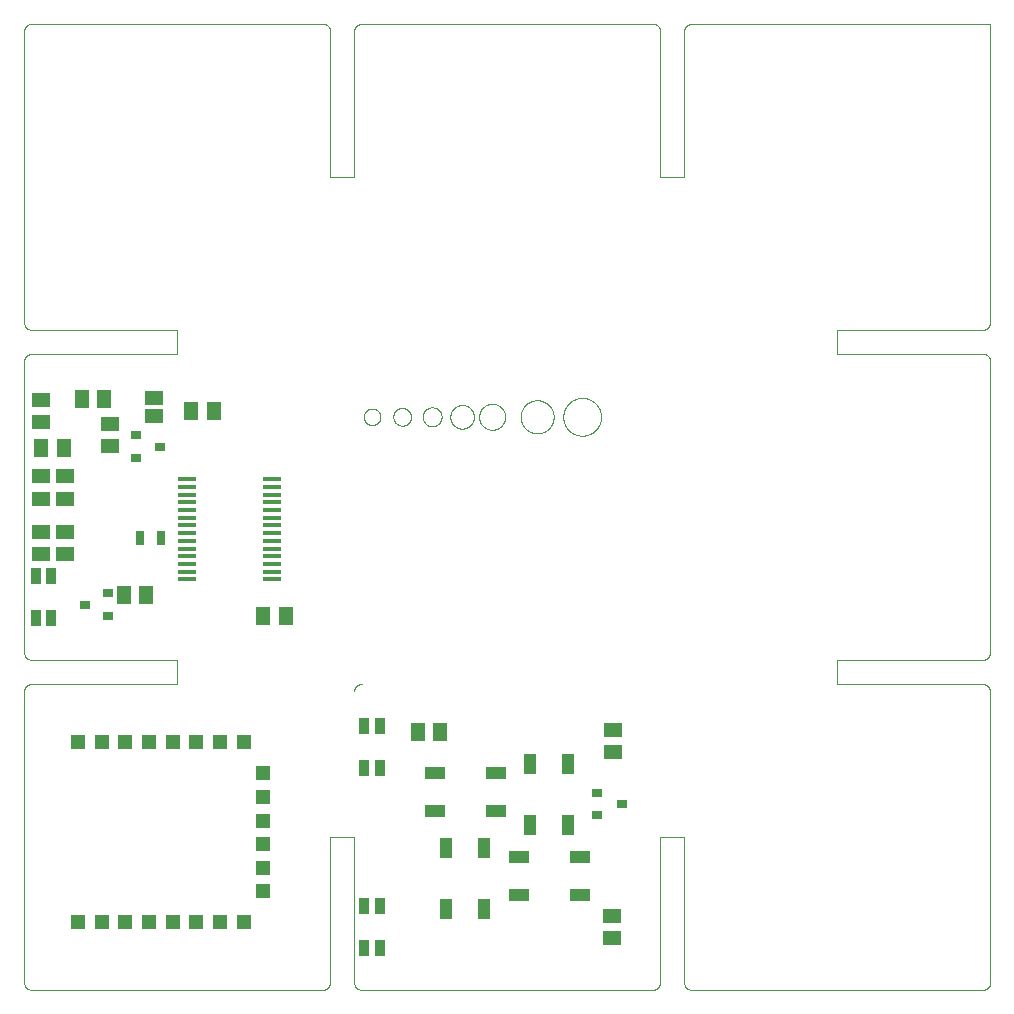
<source format=gbp>
G75*
%MOIN*%
%OFA0B0*%
%FSLAX25Y25*%
%IPPOS*%
%LPD*%
%AMOC8*
5,1,8,0,0,1.08239X$1,22.5*
%
%ADD10C,0.00000*%
%ADD11C,0.00100*%
%ADD12R,0.05000X0.05000*%
%ADD13R,0.03543X0.05512*%
%ADD14R,0.05118X0.05906*%
%ADD15R,0.03543X0.03150*%
%ADD16R,0.05906X0.05118*%
%ADD17R,0.03937X0.06500*%
%ADD18R,0.06500X0.03937*%
%ADD19R,0.05906X0.01575*%
%ADD20R,0.03150X0.04724*%
%ADD21R,0.06300X0.04600*%
D10*
X0006275Y0006500D02*
X0006275Y0103500D01*
X0006277Y0103598D01*
X0006283Y0103696D01*
X0006292Y0103794D01*
X0006306Y0103891D01*
X0006323Y0103988D01*
X0006344Y0104084D01*
X0006369Y0104179D01*
X0006397Y0104273D01*
X0006430Y0104365D01*
X0006465Y0104457D01*
X0006505Y0104547D01*
X0006547Y0104635D01*
X0006594Y0104722D01*
X0006643Y0104806D01*
X0006696Y0104889D01*
X0006752Y0104969D01*
X0006812Y0105048D01*
X0006874Y0105124D01*
X0006939Y0105197D01*
X0007007Y0105268D01*
X0007078Y0105336D01*
X0007151Y0105401D01*
X0007227Y0105463D01*
X0007306Y0105523D01*
X0007386Y0105579D01*
X0007469Y0105632D01*
X0007553Y0105681D01*
X0007640Y0105728D01*
X0007728Y0105770D01*
X0007818Y0105810D01*
X0007910Y0105845D01*
X0008002Y0105878D01*
X0008096Y0105906D01*
X0008191Y0105931D01*
X0008287Y0105952D01*
X0008384Y0105969D01*
X0008481Y0105983D01*
X0008579Y0105992D01*
X0008677Y0105998D01*
X0008775Y0106000D01*
X0057275Y0106000D01*
X0057275Y0114000D01*
X0008775Y0114000D01*
X0008677Y0114002D01*
X0008579Y0114008D01*
X0008481Y0114017D01*
X0008384Y0114031D01*
X0008287Y0114048D01*
X0008191Y0114069D01*
X0008096Y0114094D01*
X0008002Y0114122D01*
X0007910Y0114155D01*
X0007818Y0114190D01*
X0007728Y0114230D01*
X0007640Y0114272D01*
X0007553Y0114319D01*
X0007469Y0114368D01*
X0007386Y0114421D01*
X0007306Y0114477D01*
X0007227Y0114537D01*
X0007151Y0114599D01*
X0007078Y0114664D01*
X0007007Y0114732D01*
X0006939Y0114803D01*
X0006874Y0114876D01*
X0006812Y0114952D01*
X0006752Y0115031D01*
X0006696Y0115111D01*
X0006643Y0115194D01*
X0006594Y0115278D01*
X0006547Y0115365D01*
X0006505Y0115453D01*
X0006465Y0115543D01*
X0006430Y0115635D01*
X0006397Y0115727D01*
X0006369Y0115821D01*
X0006344Y0115916D01*
X0006323Y0116012D01*
X0006306Y0116109D01*
X0006292Y0116206D01*
X0006283Y0116304D01*
X0006277Y0116402D01*
X0006275Y0116500D01*
X0006275Y0213500D01*
X0006277Y0213598D01*
X0006283Y0213696D01*
X0006292Y0213794D01*
X0006306Y0213891D01*
X0006323Y0213988D01*
X0006344Y0214084D01*
X0006369Y0214179D01*
X0006397Y0214273D01*
X0006430Y0214365D01*
X0006465Y0214457D01*
X0006505Y0214547D01*
X0006547Y0214635D01*
X0006594Y0214722D01*
X0006643Y0214806D01*
X0006696Y0214889D01*
X0006752Y0214969D01*
X0006812Y0215048D01*
X0006874Y0215124D01*
X0006939Y0215197D01*
X0007007Y0215268D01*
X0007078Y0215336D01*
X0007151Y0215401D01*
X0007227Y0215463D01*
X0007306Y0215523D01*
X0007386Y0215579D01*
X0007469Y0215632D01*
X0007553Y0215681D01*
X0007640Y0215728D01*
X0007728Y0215770D01*
X0007818Y0215810D01*
X0007910Y0215845D01*
X0008002Y0215878D01*
X0008096Y0215906D01*
X0008191Y0215931D01*
X0008287Y0215952D01*
X0008384Y0215969D01*
X0008481Y0215983D01*
X0008579Y0215992D01*
X0008677Y0215998D01*
X0008775Y0216000D01*
X0057275Y0216000D01*
X0057275Y0224000D01*
X0008775Y0224000D01*
X0008677Y0224002D01*
X0008579Y0224008D01*
X0008481Y0224017D01*
X0008384Y0224031D01*
X0008287Y0224048D01*
X0008191Y0224069D01*
X0008096Y0224094D01*
X0008002Y0224122D01*
X0007910Y0224155D01*
X0007818Y0224190D01*
X0007728Y0224230D01*
X0007640Y0224272D01*
X0007553Y0224319D01*
X0007469Y0224368D01*
X0007386Y0224421D01*
X0007306Y0224477D01*
X0007227Y0224537D01*
X0007151Y0224599D01*
X0007078Y0224664D01*
X0007007Y0224732D01*
X0006939Y0224803D01*
X0006874Y0224876D01*
X0006812Y0224952D01*
X0006752Y0225031D01*
X0006696Y0225111D01*
X0006643Y0225194D01*
X0006594Y0225278D01*
X0006547Y0225365D01*
X0006505Y0225453D01*
X0006465Y0225543D01*
X0006430Y0225635D01*
X0006397Y0225727D01*
X0006369Y0225821D01*
X0006344Y0225916D01*
X0006323Y0226012D01*
X0006306Y0226109D01*
X0006292Y0226206D01*
X0006283Y0226304D01*
X0006277Y0226402D01*
X0006275Y0226500D01*
X0006275Y0323511D01*
X0006277Y0323609D01*
X0006283Y0323707D01*
X0006292Y0323805D01*
X0006306Y0323902D01*
X0006323Y0323999D01*
X0006344Y0324095D01*
X0006369Y0324190D01*
X0006397Y0324284D01*
X0006430Y0324376D01*
X0006465Y0324468D01*
X0006505Y0324558D01*
X0006547Y0324646D01*
X0006594Y0324733D01*
X0006643Y0324817D01*
X0006696Y0324900D01*
X0006752Y0324980D01*
X0006812Y0325059D01*
X0006874Y0325135D01*
X0006939Y0325208D01*
X0007007Y0325279D01*
X0007078Y0325347D01*
X0007151Y0325412D01*
X0007227Y0325474D01*
X0007306Y0325534D01*
X0007386Y0325590D01*
X0007469Y0325643D01*
X0007553Y0325692D01*
X0007640Y0325739D01*
X0007728Y0325781D01*
X0007818Y0325821D01*
X0007910Y0325856D01*
X0008002Y0325889D01*
X0008096Y0325917D01*
X0008191Y0325942D01*
X0008287Y0325963D01*
X0008384Y0325980D01*
X0008481Y0325994D01*
X0008579Y0326003D01*
X0008677Y0326009D01*
X0008775Y0326011D01*
X0105775Y0326011D01*
X0105873Y0326009D01*
X0105971Y0326003D01*
X0106069Y0325994D01*
X0106166Y0325980D01*
X0106263Y0325963D01*
X0106359Y0325942D01*
X0106454Y0325917D01*
X0106548Y0325889D01*
X0106640Y0325856D01*
X0106732Y0325821D01*
X0106822Y0325781D01*
X0106910Y0325739D01*
X0106997Y0325692D01*
X0107081Y0325643D01*
X0107164Y0325590D01*
X0107244Y0325534D01*
X0107323Y0325474D01*
X0107399Y0325412D01*
X0107472Y0325347D01*
X0107543Y0325279D01*
X0107611Y0325208D01*
X0107676Y0325135D01*
X0107738Y0325059D01*
X0107798Y0324980D01*
X0107854Y0324900D01*
X0107907Y0324817D01*
X0107956Y0324733D01*
X0108003Y0324646D01*
X0108045Y0324558D01*
X0108085Y0324468D01*
X0108120Y0324376D01*
X0108153Y0324284D01*
X0108181Y0324190D01*
X0108206Y0324095D01*
X0108227Y0323999D01*
X0108244Y0323902D01*
X0108258Y0323805D01*
X0108267Y0323707D01*
X0108273Y0323609D01*
X0108275Y0323511D01*
X0108275Y0275000D01*
X0116275Y0275000D01*
X0116275Y0323500D01*
X0116277Y0323598D01*
X0116283Y0323696D01*
X0116292Y0323794D01*
X0116306Y0323891D01*
X0116323Y0323988D01*
X0116344Y0324084D01*
X0116369Y0324179D01*
X0116397Y0324273D01*
X0116430Y0324365D01*
X0116465Y0324457D01*
X0116505Y0324547D01*
X0116547Y0324635D01*
X0116594Y0324722D01*
X0116643Y0324806D01*
X0116696Y0324889D01*
X0116752Y0324969D01*
X0116812Y0325048D01*
X0116874Y0325124D01*
X0116939Y0325197D01*
X0117007Y0325268D01*
X0117078Y0325336D01*
X0117151Y0325401D01*
X0117227Y0325463D01*
X0117306Y0325523D01*
X0117386Y0325579D01*
X0117469Y0325632D01*
X0117553Y0325681D01*
X0117640Y0325728D01*
X0117728Y0325770D01*
X0117818Y0325810D01*
X0117910Y0325845D01*
X0118002Y0325878D01*
X0118096Y0325906D01*
X0118191Y0325931D01*
X0118287Y0325952D01*
X0118384Y0325969D01*
X0118481Y0325983D01*
X0118579Y0325992D01*
X0118677Y0325998D01*
X0118775Y0326000D01*
X0215775Y0326000D01*
X0215873Y0325998D01*
X0215971Y0325992D01*
X0216069Y0325983D01*
X0216166Y0325969D01*
X0216263Y0325952D01*
X0216359Y0325931D01*
X0216454Y0325906D01*
X0216548Y0325878D01*
X0216640Y0325845D01*
X0216732Y0325810D01*
X0216822Y0325770D01*
X0216910Y0325728D01*
X0216997Y0325681D01*
X0217081Y0325632D01*
X0217164Y0325579D01*
X0217244Y0325523D01*
X0217323Y0325463D01*
X0217399Y0325401D01*
X0217472Y0325336D01*
X0217543Y0325268D01*
X0217611Y0325197D01*
X0217676Y0325124D01*
X0217738Y0325048D01*
X0217798Y0324969D01*
X0217854Y0324889D01*
X0217907Y0324806D01*
X0217956Y0324722D01*
X0218003Y0324635D01*
X0218045Y0324547D01*
X0218085Y0324457D01*
X0218120Y0324365D01*
X0218153Y0324273D01*
X0218181Y0324179D01*
X0218206Y0324084D01*
X0218227Y0323988D01*
X0218244Y0323891D01*
X0218258Y0323794D01*
X0218267Y0323696D01*
X0218273Y0323598D01*
X0218275Y0323500D01*
X0218275Y0275000D01*
X0226275Y0275000D01*
X0226275Y0323500D01*
X0226275Y0323501D02*
X0226277Y0323599D01*
X0226282Y0323697D01*
X0226291Y0323795D01*
X0226304Y0323892D01*
X0226321Y0323989D01*
X0226342Y0324085D01*
X0226367Y0324180D01*
X0226395Y0324274D01*
X0226427Y0324367D01*
X0226463Y0324459D01*
X0226502Y0324549D01*
X0226544Y0324638D01*
X0226591Y0324724D01*
X0226640Y0324809D01*
X0226693Y0324892D01*
X0226749Y0324973D01*
X0226809Y0325051D01*
X0226871Y0325127D01*
X0226936Y0325201D01*
X0227004Y0325272D01*
X0227075Y0325340D01*
X0227149Y0325405D01*
X0227225Y0325467D01*
X0227303Y0325527D01*
X0227384Y0325583D01*
X0227466Y0325636D01*
X0227551Y0325685D01*
X0227638Y0325731D01*
X0227727Y0325774D01*
X0227817Y0325813D01*
X0227908Y0325849D01*
X0228001Y0325881D01*
X0228095Y0325909D01*
X0228191Y0325934D01*
X0228287Y0325955D01*
X0228383Y0325972D01*
X0228481Y0325985D01*
X0228579Y0325994D01*
X0228677Y0325999D01*
X0228775Y0326001D01*
X0228775Y0326000D02*
X0328275Y0326011D01*
X0328276Y0326011D01*
X0328275Y0326011D02*
X0328275Y0226500D01*
X0328273Y0226402D01*
X0328267Y0226304D01*
X0328258Y0226206D01*
X0328244Y0226109D01*
X0328227Y0226012D01*
X0328206Y0225916D01*
X0328181Y0225821D01*
X0328153Y0225727D01*
X0328120Y0225635D01*
X0328085Y0225543D01*
X0328045Y0225453D01*
X0328003Y0225365D01*
X0327956Y0225278D01*
X0327907Y0225194D01*
X0327854Y0225111D01*
X0327798Y0225031D01*
X0327738Y0224952D01*
X0327676Y0224876D01*
X0327611Y0224803D01*
X0327543Y0224732D01*
X0327472Y0224664D01*
X0327399Y0224599D01*
X0327323Y0224537D01*
X0327244Y0224477D01*
X0327164Y0224421D01*
X0327081Y0224368D01*
X0326997Y0224319D01*
X0326910Y0224272D01*
X0326822Y0224230D01*
X0326732Y0224190D01*
X0326640Y0224155D01*
X0326548Y0224122D01*
X0326454Y0224094D01*
X0326359Y0224069D01*
X0326263Y0224048D01*
X0326166Y0224031D01*
X0326069Y0224017D01*
X0325971Y0224008D01*
X0325873Y0224002D01*
X0325775Y0224000D01*
X0277275Y0224000D01*
X0277275Y0216000D01*
X0325775Y0216000D01*
X0325873Y0215998D01*
X0325971Y0215992D01*
X0326069Y0215983D01*
X0326166Y0215969D01*
X0326263Y0215952D01*
X0326359Y0215931D01*
X0326454Y0215906D01*
X0326548Y0215878D01*
X0326640Y0215845D01*
X0326732Y0215810D01*
X0326822Y0215770D01*
X0326910Y0215728D01*
X0326997Y0215681D01*
X0327081Y0215632D01*
X0327164Y0215579D01*
X0327244Y0215523D01*
X0327323Y0215463D01*
X0327399Y0215401D01*
X0327472Y0215336D01*
X0327543Y0215268D01*
X0327611Y0215197D01*
X0327676Y0215124D01*
X0327738Y0215048D01*
X0327798Y0214969D01*
X0327854Y0214889D01*
X0327907Y0214806D01*
X0327956Y0214722D01*
X0328003Y0214635D01*
X0328045Y0214547D01*
X0328085Y0214457D01*
X0328120Y0214365D01*
X0328153Y0214273D01*
X0328181Y0214179D01*
X0328206Y0214084D01*
X0328227Y0213988D01*
X0328244Y0213891D01*
X0328258Y0213794D01*
X0328267Y0213696D01*
X0328273Y0213598D01*
X0328275Y0213500D01*
X0328275Y0116500D01*
X0328273Y0116402D01*
X0328267Y0116304D01*
X0328258Y0116206D01*
X0328244Y0116109D01*
X0328227Y0116012D01*
X0328206Y0115916D01*
X0328181Y0115821D01*
X0328153Y0115727D01*
X0328120Y0115635D01*
X0328085Y0115543D01*
X0328045Y0115453D01*
X0328003Y0115365D01*
X0327956Y0115278D01*
X0327907Y0115194D01*
X0327854Y0115111D01*
X0327798Y0115031D01*
X0327738Y0114952D01*
X0327676Y0114876D01*
X0327611Y0114803D01*
X0327543Y0114732D01*
X0327472Y0114664D01*
X0327399Y0114599D01*
X0327323Y0114537D01*
X0327244Y0114477D01*
X0327164Y0114421D01*
X0327081Y0114368D01*
X0326997Y0114319D01*
X0326910Y0114272D01*
X0326822Y0114230D01*
X0326732Y0114190D01*
X0326640Y0114155D01*
X0326548Y0114122D01*
X0326454Y0114094D01*
X0326359Y0114069D01*
X0326263Y0114048D01*
X0326166Y0114031D01*
X0326069Y0114017D01*
X0325971Y0114008D01*
X0325873Y0114002D01*
X0325775Y0114000D01*
X0277275Y0114000D01*
X0277275Y0106000D01*
X0325776Y0106000D01*
X0325776Y0105999D02*
X0325879Y0105985D01*
X0325982Y0105967D01*
X0326085Y0105945D01*
X0326186Y0105919D01*
X0326286Y0105890D01*
X0326386Y0105857D01*
X0326484Y0105820D01*
X0326580Y0105780D01*
X0326675Y0105736D01*
X0326769Y0105689D01*
X0326860Y0105638D01*
X0326950Y0105585D01*
X0327038Y0105528D01*
X0327123Y0105467D01*
X0327207Y0105404D01*
X0327287Y0105338D01*
X0327366Y0105268D01*
X0327442Y0105196D01*
X0327515Y0105122D01*
X0327585Y0105044D01*
X0327653Y0104964D01*
X0327717Y0104882D01*
X0327779Y0104797D01*
X0327837Y0104711D01*
X0327893Y0104622D01*
X0327944Y0104531D01*
X0327993Y0104438D01*
X0328038Y0104344D01*
X0328080Y0104248D01*
X0328118Y0104150D01*
X0328152Y0104052D01*
X0328183Y0103952D01*
X0328210Y0103851D01*
X0328234Y0103749D01*
X0328254Y0103646D01*
X0328270Y0103543D01*
X0328282Y0103439D01*
X0328290Y0103334D01*
X0328295Y0103230D01*
X0328296Y0103125D01*
X0328293Y0103021D01*
X0328286Y0102916D01*
X0328275Y0102812D01*
X0328276Y0102812D02*
X0328276Y0007187D01*
X0328277Y0007187D02*
X0328300Y0007090D01*
X0328320Y0006993D01*
X0328335Y0006894D01*
X0328347Y0006795D01*
X0328355Y0006696D01*
X0328359Y0006596D01*
X0328359Y0006496D01*
X0328355Y0006397D01*
X0328347Y0006298D01*
X0328335Y0006199D01*
X0328320Y0006100D01*
X0328300Y0006002D01*
X0328277Y0005905D01*
X0328250Y0005809D01*
X0328220Y0005715D01*
X0328185Y0005621D01*
X0328147Y0005529D01*
X0328106Y0005438D01*
X0328060Y0005350D01*
X0328012Y0005262D01*
X0327960Y0005177D01*
X0327905Y0005094D01*
X0327846Y0005014D01*
X0327785Y0004935D01*
X0327720Y0004859D01*
X0327653Y0004786D01*
X0327583Y0004715D01*
X0327510Y0004647D01*
X0327434Y0004582D01*
X0327356Y0004520D01*
X0327276Y0004462D01*
X0327193Y0004406D01*
X0327108Y0004354D01*
X0327021Y0004304D01*
X0326933Y0004259D01*
X0326843Y0004217D01*
X0326751Y0004178D01*
X0326657Y0004143D01*
X0326563Y0004112D01*
X0326467Y0004085D01*
X0326370Y0004061D01*
X0326272Y0004041D01*
X0326174Y0004025D01*
X0326075Y0004013D01*
X0325976Y0004004D01*
X0325876Y0004000D01*
X0325777Y0003999D01*
X0325776Y0004000D02*
X0228775Y0004000D01*
X0228677Y0004002D01*
X0228579Y0004008D01*
X0228481Y0004017D01*
X0228384Y0004031D01*
X0228287Y0004048D01*
X0228191Y0004069D01*
X0228096Y0004094D01*
X0228002Y0004122D01*
X0227910Y0004155D01*
X0227818Y0004190D01*
X0227728Y0004230D01*
X0227640Y0004272D01*
X0227553Y0004319D01*
X0227469Y0004368D01*
X0227386Y0004421D01*
X0227306Y0004477D01*
X0227227Y0004537D01*
X0227151Y0004599D01*
X0227078Y0004664D01*
X0227007Y0004732D01*
X0226939Y0004803D01*
X0226874Y0004876D01*
X0226812Y0004952D01*
X0226752Y0005031D01*
X0226696Y0005111D01*
X0226643Y0005194D01*
X0226594Y0005278D01*
X0226547Y0005365D01*
X0226505Y0005453D01*
X0226465Y0005543D01*
X0226430Y0005635D01*
X0226397Y0005727D01*
X0226369Y0005821D01*
X0226344Y0005916D01*
X0226323Y0006012D01*
X0226306Y0006109D01*
X0226292Y0006206D01*
X0226283Y0006304D01*
X0226277Y0006402D01*
X0226275Y0006500D01*
X0226275Y0055000D01*
X0218275Y0055000D01*
X0218275Y0006500D01*
X0218273Y0006402D01*
X0218267Y0006304D01*
X0218258Y0006206D01*
X0218244Y0006109D01*
X0218227Y0006012D01*
X0218206Y0005916D01*
X0218181Y0005821D01*
X0218153Y0005727D01*
X0218120Y0005635D01*
X0218085Y0005543D01*
X0218045Y0005453D01*
X0218003Y0005365D01*
X0217956Y0005278D01*
X0217907Y0005194D01*
X0217854Y0005111D01*
X0217798Y0005031D01*
X0217738Y0004952D01*
X0217676Y0004876D01*
X0217611Y0004803D01*
X0217543Y0004732D01*
X0217472Y0004664D01*
X0217399Y0004599D01*
X0217323Y0004537D01*
X0217244Y0004477D01*
X0217164Y0004421D01*
X0217081Y0004368D01*
X0216997Y0004319D01*
X0216910Y0004272D01*
X0216822Y0004230D01*
X0216732Y0004190D01*
X0216640Y0004155D01*
X0216548Y0004122D01*
X0216454Y0004094D01*
X0216359Y0004069D01*
X0216263Y0004048D01*
X0216166Y0004031D01*
X0216069Y0004017D01*
X0215971Y0004008D01*
X0215873Y0004002D01*
X0215775Y0004000D01*
X0118775Y0004000D01*
X0118677Y0004002D01*
X0118579Y0004008D01*
X0118481Y0004017D01*
X0118384Y0004031D01*
X0118287Y0004048D01*
X0118191Y0004069D01*
X0118096Y0004094D01*
X0118002Y0004122D01*
X0117910Y0004155D01*
X0117818Y0004190D01*
X0117728Y0004230D01*
X0117640Y0004272D01*
X0117553Y0004319D01*
X0117469Y0004368D01*
X0117386Y0004421D01*
X0117306Y0004477D01*
X0117227Y0004537D01*
X0117151Y0004599D01*
X0117078Y0004664D01*
X0117007Y0004732D01*
X0116939Y0004803D01*
X0116874Y0004876D01*
X0116812Y0004952D01*
X0116752Y0005031D01*
X0116696Y0005111D01*
X0116643Y0005194D01*
X0116594Y0005278D01*
X0116547Y0005365D01*
X0116505Y0005453D01*
X0116465Y0005543D01*
X0116430Y0005635D01*
X0116397Y0005727D01*
X0116369Y0005821D01*
X0116344Y0005916D01*
X0116323Y0006012D01*
X0116306Y0006109D01*
X0116292Y0006206D01*
X0116283Y0006304D01*
X0116277Y0006402D01*
X0116275Y0006500D01*
X0116275Y0055000D01*
X0108275Y0055000D01*
X0108275Y0006500D01*
X0108273Y0006402D01*
X0108267Y0006304D01*
X0108258Y0006206D01*
X0108244Y0006109D01*
X0108227Y0006012D01*
X0108206Y0005916D01*
X0108181Y0005821D01*
X0108153Y0005727D01*
X0108120Y0005635D01*
X0108085Y0005543D01*
X0108045Y0005453D01*
X0108003Y0005365D01*
X0107956Y0005278D01*
X0107907Y0005194D01*
X0107854Y0005111D01*
X0107798Y0005031D01*
X0107738Y0004952D01*
X0107676Y0004876D01*
X0107611Y0004803D01*
X0107543Y0004732D01*
X0107472Y0004664D01*
X0107399Y0004599D01*
X0107323Y0004537D01*
X0107244Y0004477D01*
X0107164Y0004421D01*
X0107081Y0004368D01*
X0106997Y0004319D01*
X0106910Y0004272D01*
X0106822Y0004230D01*
X0106732Y0004190D01*
X0106640Y0004155D01*
X0106548Y0004122D01*
X0106454Y0004094D01*
X0106359Y0004069D01*
X0106263Y0004048D01*
X0106166Y0004031D01*
X0106069Y0004017D01*
X0105971Y0004008D01*
X0105873Y0004002D01*
X0105775Y0004000D01*
X0008775Y0004000D01*
X0008677Y0004002D01*
X0008579Y0004008D01*
X0008481Y0004017D01*
X0008384Y0004031D01*
X0008287Y0004048D01*
X0008191Y0004069D01*
X0008096Y0004094D01*
X0008002Y0004122D01*
X0007910Y0004155D01*
X0007818Y0004190D01*
X0007728Y0004230D01*
X0007640Y0004272D01*
X0007553Y0004319D01*
X0007469Y0004368D01*
X0007386Y0004421D01*
X0007306Y0004477D01*
X0007227Y0004537D01*
X0007151Y0004599D01*
X0007078Y0004664D01*
X0007007Y0004732D01*
X0006939Y0004803D01*
X0006874Y0004876D01*
X0006812Y0004952D01*
X0006752Y0005031D01*
X0006696Y0005111D01*
X0006643Y0005194D01*
X0006594Y0005278D01*
X0006547Y0005365D01*
X0006505Y0005453D01*
X0006465Y0005543D01*
X0006430Y0005635D01*
X0006397Y0005727D01*
X0006369Y0005821D01*
X0006344Y0005916D01*
X0006323Y0006012D01*
X0006306Y0006109D01*
X0006292Y0006206D01*
X0006283Y0006304D01*
X0006277Y0006402D01*
X0006275Y0006500D01*
X0119519Y0195000D02*
X0119521Y0195105D01*
X0119527Y0195210D01*
X0119537Y0195314D01*
X0119551Y0195418D01*
X0119569Y0195522D01*
X0119591Y0195624D01*
X0119616Y0195726D01*
X0119646Y0195827D01*
X0119679Y0195926D01*
X0119716Y0196024D01*
X0119757Y0196121D01*
X0119802Y0196216D01*
X0119850Y0196309D01*
X0119901Y0196401D01*
X0119957Y0196490D01*
X0120015Y0196577D01*
X0120077Y0196662D01*
X0120141Y0196745D01*
X0120209Y0196825D01*
X0120280Y0196902D01*
X0120354Y0196976D01*
X0120431Y0197048D01*
X0120510Y0197117D01*
X0120592Y0197182D01*
X0120676Y0197245D01*
X0120763Y0197304D01*
X0120852Y0197360D01*
X0120943Y0197413D01*
X0121036Y0197462D01*
X0121130Y0197507D01*
X0121226Y0197549D01*
X0121324Y0197587D01*
X0121423Y0197621D01*
X0121524Y0197652D01*
X0121625Y0197678D01*
X0121728Y0197701D01*
X0121831Y0197720D01*
X0121935Y0197735D01*
X0122039Y0197746D01*
X0122144Y0197753D01*
X0122249Y0197756D01*
X0122354Y0197755D01*
X0122459Y0197750D01*
X0122563Y0197741D01*
X0122667Y0197728D01*
X0122771Y0197711D01*
X0122874Y0197690D01*
X0122976Y0197665D01*
X0123077Y0197637D01*
X0123176Y0197604D01*
X0123275Y0197568D01*
X0123372Y0197528D01*
X0123467Y0197485D01*
X0123561Y0197437D01*
X0123653Y0197387D01*
X0123743Y0197333D01*
X0123831Y0197275D01*
X0123916Y0197214D01*
X0123999Y0197150D01*
X0124080Y0197083D01*
X0124158Y0197013D01*
X0124233Y0196939D01*
X0124305Y0196864D01*
X0124375Y0196785D01*
X0124441Y0196704D01*
X0124505Y0196620D01*
X0124565Y0196534D01*
X0124621Y0196446D01*
X0124675Y0196355D01*
X0124725Y0196263D01*
X0124771Y0196169D01*
X0124814Y0196073D01*
X0124853Y0195975D01*
X0124888Y0195877D01*
X0124919Y0195776D01*
X0124947Y0195675D01*
X0124971Y0195573D01*
X0124991Y0195470D01*
X0125007Y0195366D01*
X0125019Y0195262D01*
X0125027Y0195157D01*
X0125031Y0195052D01*
X0125031Y0194948D01*
X0125027Y0194843D01*
X0125019Y0194738D01*
X0125007Y0194634D01*
X0124991Y0194530D01*
X0124971Y0194427D01*
X0124947Y0194325D01*
X0124919Y0194224D01*
X0124888Y0194123D01*
X0124853Y0194025D01*
X0124814Y0193927D01*
X0124771Y0193831D01*
X0124725Y0193737D01*
X0124675Y0193645D01*
X0124621Y0193554D01*
X0124565Y0193466D01*
X0124505Y0193380D01*
X0124441Y0193296D01*
X0124375Y0193215D01*
X0124305Y0193136D01*
X0124233Y0193061D01*
X0124158Y0192987D01*
X0124080Y0192917D01*
X0123999Y0192850D01*
X0123916Y0192786D01*
X0123831Y0192725D01*
X0123743Y0192667D01*
X0123653Y0192613D01*
X0123561Y0192563D01*
X0123467Y0192515D01*
X0123372Y0192472D01*
X0123275Y0192432D01*
X0123176Y0192396D01*
X0123077Y0192363D01*
X0122976Y0192335D01*
X0122874Y0192310D01*
X0122771Y0192289D01*
X0122667Y0192272D01*
X0122563Y0192259D01*
X0122459Y0192250D01*
X0122354Y0192245D01*
X0122249Y0192244D01*
X0122144Y0192247D01*
X0122039Y0192254D01*
X0121935Y0192265D01*
X0121831Y0192280D01*
X0121728Y0192299D01*
X0121625Y0192322D01*
X0121524Y0192348D01*
X0121423Y0192379D01*
X0121324Y0192413D01*
X0121226Y0192451D01*
X0121130Y0192493D01*
X0121036Y0192538D01*
X0120943Y0192587D01*
X0120852Y0192640D01*
X0120763Y0192696D01*
X0120676Y0192755D01*
X0120592Y0192818D01*
X0120510Y0192883D01*
X0120431Y0192952D01*
X0120354Y0193024D01*
X0120280Y0193098D01*
X0120209Y0193175D01*
X0120141Y0193255D01*
X0120077Y0193338D01*
X0120015Y0193423D01*
X0119957Y0193510D01*
X0119901Y0193599D01*
X0119850Y0193691D01*
X0119802Y0193784D01*
X0119757Y0193879D01*
X0119716Y0193976D01*
X0119679Y0194074D01*
X0119646Y0194173D01*
X0119616Y0194274D01*
X0119591Y0194376D01*
X0119569Y0194478D01*
X0119551Y0194582D01*
X0119537Y0194686D01*
X0119527Y0194790D01*
X0119521Y0194895D01*
X0119519Y0195000D01*
X0129322Y0195000D02*
X0129324Y0195108D01*
X0129330Y0195217D01*
X0129340Y0195325D01*
X0129354Y0195432D01*
X0129372Y0195539D01*
X0129393Y0195646D01*
X0129419Y0195751D01*
X0129449Y0195856D01*
X0129482Y0195959D01*
X0129519Y0196061D01*
X0129560Y0196161D01*
X0129604Y0196260D01*
X0129653Y0196358D01*
X0129704Y0196453D01*
X0129759Y0196546D01*
X0129818Y0196638D01*
X0129880Y0196727D01*
X0129945Y0196814D01*
X0130013Y0196898D01*
X0130084Y0196980D01*
X0130158Y0197059D01*
X0130235Y0197135D01*
X0130315Y0197209D01*
X0130398Y0197279D01*
X0130483Y0197347D01*
X0130570Y0197411D01*
X0130660Y0197472D01*
X0130752Y0197530D01*
X0130846Y0197584D01*
X0130942Y0197635D01*
X0131039Y0197682D01*
X0131139Y0197726D01*
X0131240Y0197766D01*
X0131342Y0197802D01*
X0131445Y0197834D01*
X0131550Y0197863D01*
X0131656Y0197887D01*
X0131762Y0197908D01*
X0131869Y0197925D01*
X0131977Y0197938D01*
X0132085Y0197947D01*
X0132194Y0197952D01*
X0132302Y0197953D01*
X0132411Y0197950D01*
X0132519Y0197943D01*
X0132627Y0197932D01*
X0132734Y0197917D01*
X0132841Y0197898D01*
X0132947Y0197875D01*
X0133052Y0197849D01*
X0133157Y0197818D01*
X0133259Y0197784D01*
X0133361Y0197746D01*
X0133461Y0197704D01*
X0133560Y0197659D01*
X0133657Y0197610D01*
X0133751Y0197557D01*
X0133844Y0197501D01*
X0133935Y0197442D01*
X0134024Y0197379D01*
X0134110Y0197314D01*
X0134194Y0197245D01*
X0134275Y0197173D01*
X0134353Y0197098D01*
X0134429Y0197020D01*
X0134502Y0196939D01*
X0134572Y0196856D01*
X0134638Y0196771D01*
X0134702Y0196683D01*
X0134762Y0196592D01*
X0134819Y0196500D01*
X0134872Y0196405D01*
X0134922Y0196309D01*
X0134968Y0196211D01*
X0135011Y0196111D01*
X0135050Y0196010D01*
X0135085Y0195907D01*
X0135117Y0195804D01*
X0135144Y0195699D01*
X0135168Y0195593D01*
X0135188Y0195486D01*
X0135204Y0195379D01*
X0135216Y0195271D01*
X0135224Y0195163D01*
X0135228Y0195054D01*
X0135228Y0194946D01*
X0135224Y0194837D01*
X0135216Y0194729D01*
X0135204Y0194621D01*
X0135188Y0194514D01*
X0135168Y0194407D01*
X0135144Y0194301D01*
X0135117Y0194196D01*
X0135085Y0194093D01*
X0135050Y0193990D01*
X0135011Y0193889D01*
X0134968Y0193789D01*
X0134922Y0193691D01*
X0134872Y0193595D01*
X0134819Y0193500D01*
X0134762Y0193408D01*
X0134702Y0193317D01*
X0134638Y0193229D01*
X0134572Y0193144D01*
X0134502Y0193061D01*
X0134429Y0192980D01*
X0134353Y0192902D01*
X0134275Y0192827D01*
X0134194Y0192755D01*
X0134110Y0192686D01*
X0134024Y0192621D01*
X0133935Y0192558D01*
X0133844Y0192499D01*
X0133752Y0192443D01*
X0133657Y0192390D01*
X0133560Y0192341D01*
X0133461Y0192296D01*
X0133361Y0192254D01*
X0133259Y0192216D01*
X0133157Y0192182D01*
X0133052Y0192151D01*
X0132947Y0192125D01*
X0132841Y0192102D01*
X0132734Y0192083D01*
X0132627Y0192068D01*
X0132519Y0192057D01*
X0132411Y0192050D01*
X0132302Y0192047D01*
X0132194Y0192048D01*
X0132085Y0192053D01*
X0131977Y0192062D01*
X0131869Y0192075D01*
X0131762Y0192092D01*
X0131656Y0192113D01*
X0131550Y0192137D01*
X0131445Y0192166D01*
X0131342Y0192198D01*
X0131240Y0192234D01*
X0131139Y0192274D01*
X0131039Y0192318D01*
X0130942Y0192365D01*
X0130846Y0192416D01*
X0130752Y0192470D01*
X0130660Y0192528D01*
X0130570Y0192589D01*
X0130483Y0192653D01*
X0130398Y0192721D01*
X0130315Y0192791D01*
X0130235Y0192865D01*
X0130158Y0192941D01*
X0130084Y0193020D01*
X0130013Y0193102D01*
X0129945Y0193186D01*
X0129880Y0193273D01*
X0129818Y0193362D01*
X0129759Y0193454D01*
X0129704Y0193547D01*
X0129653Y0193642D01*
X0129604Y0193740D01*
X0129560Y0193839D01*
X0129519Y0193939D01*
X0129482Y0194041D01*
X0129449Y0194144D01*
X0129419Y0194249D01*
X0129393Y0194354D01*
X0129372Y0194461D01*
X0129354Y0194568D01*
X0129340Y0194675D01*
X0129330Y0194783D01*
X0129324Y0194892D01*
X0129322Y0195000D01*
X0139125Y0195000D02*
X0139127Y0195112D01*
X0139133Y0195223D01*
X0139143Y0195335D01*
X0139157Y0195446D01*
X0139174Y0195556D01*
X0139196Y0195666D01*
X0139222Y0195775D01*
X0139251Y0195883D01*
X0139284Y0195989D01*
X0139321Y0196095D01*
X0139362Y0196199D01*
X0139407Y0196302D01*
X0139455Y0196403D01*
X0139506Y0196502D01*
X0139561Y0196599D01*
X0139620Y0196694D01*
X0139681Y0196788D01*
X0139746Y0196879D01*
X0139815Y0196967D01*
X0139886Y0197053D01*
X0139960Y0197137D01*
X0140038Y0197217D01*
X0140118Y0197295D01*
X0140201Y0197371D01*
X0140286Y0197443D01*
X0140374Y0197512D01*
X0140464Y0197578D01*
X0140557Y0197640D01*
X0140652Y0197700D01*
X0140749Y0197756D01*
X0140847Y0197808D01*
X0140948Y0197857D01*
X0141050Y0197902D01*
X0141154Y0197944D01*
X0141259Y0197982D01*
X0141366Y0198016D01*
X0141473Y0198046D01*
X0141582Y0198073D01*
X0141691Y0198095D01*
X0141802Y0198114D01*
X0141912Y0198129D01*
X0142024Y0198140D01*
X0142135Y0198147D01*
X0142247Y0198150D01*
X0142359Y0198149D01*
X0142471Y0198144D01*
X0142582Y0198135D01*
X0142693Y0198122D01*
X0142804Y0198105D01*
X0142914Y0198085D01*
X0143023Y0198060D01*
X0143131Y0198032D01*
X0143238Y0197999D01*
X0143344Y0197963D01*
X0143448Y0197923D01*
X0143551Y0197880D01*
X0143653Y0197833D01*
X0143752Y0197782D01*
X0143850Y0197728D01*
X0143946Y0197670D01*
X0144040Y0197609D01*
X0144131Y0197545D01*
X0144220Y0197478D01*
X0144307Y0197407D01*
X0144391Y0197333D01*
X0144473Y0197257D01*
X0144551Y0197177D01*
X0144627Y0197095D01*
X0144700Y0197010D01*
X0144770Y0196923D01*
X0144836Y0196833D01*
X0144900Y0196741D01*
X0144960Y0196647D01*
X0145017Y0196551D01*
X0145070Y0196452D01*
X0145120Y0196352D01*
X0145166Y0196251D01*
X0145209Y0196147D01*
X0145248Y0196042D01*
X0145283Y0195936D01*
X0145314Y0195829D01*
X0145342Y0195720D01*
X0145365Y0195611D01*
X0145385Y0195501D01*
X0145401Y0195390D01*
X0145413Y0195279D01*
X0145421Y0195168D01*
X0145425Y0195056D01*
X0145425Y0194944D01*
X0145421Y0194832D01*
X0145413Y0194721D01*
X0145401Y0194610D01*
X0145385Y0194499D01*
X0145365Y0194389D01*
X0145342Y0194280D01*
X0145314Y0194171D01*
X0145283Y0194064D01*
X0145248Y0193958D01*
X0145209Y0193853D01*
X0145166Y0193749D01*
X0145120Y0193648D01*
X0145070Y0193548D01*
X0145017Y0193449D01*
X0144960Y0193353D01*
X0144900Y0193259D01*
X0144836Y0193167D01*
X0144770Y0193077D01*
X0144700Y0192990D01*
X0144627Y0192905D01*
X0144551Y0192823D01*
X0144473Y0192743D01*
X0144391Y0192667D01*
X0144307Y0192593D01*
X0144220Y0192522D01*
X0144131Y0192455D01*
X0144040Y0192391D01*
X0143946Y0192330D01*
X0143850Y0192272D01*
X0143752Y0192218D01*
X0143653Y0192167D01*
X0143551Y0192120D01*
X0143448Y0192077D01*
X0143344Y0192037D01*
X0143238Y0192001D01*
X0143131Y0191968D01*
X0143023Y0191940D01*
X0142914Y0191915D01*
X0142804Y0191895D01*
X0142693Y0191878D01*
X0142582Y0191865D01*
X0142471Y0191856D01*
X0142359Y0191851D01*
X0142247Y0191850D01*
X0142135Y0191853D01*
X0142024Y0191860D01*
X0141912Y0191871D01*
X0141802Y0191886D01*
X0141691Y0191905D01*
X0141582Y0191927D01*
X0141473Y0191954D01*
X0141366Y0191984D01*
X0141259Y0192018D01*
X0141154Y0192056D01*
X0141050Y0192098D01*
X0140948Y0192143D01*
X0140847Y0192192D01*
X0140749Y0192244D01*
X0140652Y0192300D01*
X0140557Y0192360D01*
X0140464Y0192422D01*
X0140374Y0192488D01*
X0140286Y0192557D01*
X0140201Y0192629D01*
X0140118Y0192705D01*
X0140038Y0192783D01*
X0139960Y0192863D01*
X0139886Y0192947D01*
X0139815Y0193033D01*
X0139746Y0193121D01*
X0139681Y0193212D01*
X0139620Y0193306D01*
X0139561Y0193401D01*
X0139506Y0193498D01*
X0139455Y0193597D01*
X0139407Y0193698D01*
X0139362Y0193801D01*
X0139321Y0193905D01*
X0139284Y0194011D01*
X0139251Y0194117D01*
X0139222Y0194225D01*
X0139196Y0194334D01*
X0139174Y0194444D01*
X0139157Y0194554D01*
X0139143Y0194665D01*
X0139133Y0194777D01*
X0139127Y0194888D01*
X0139125Y0195000D01*
X0148338Y0195000D02*
X0148340Y0195125D01*
X0148346Y0195250D01*
X0148356Y0195374D01*
X0148370Y0195498D01*
X0148387Y0195622D01*
X0148409Y0195745D01*
X0148435Y0195867D01*
X0148464Y0195989D01*
X0148497Y0196109D01*
X0148535Y0196228D01*
X0148575Y0196347D01*
X0148620Y0196463D01*
X0148668Y0196578D01*
X0148720Y0196692D01*
X0148776Y0196804D01*
X0148835Y0196914D01*
X0148897Y0197022D01*
X0148963Y0197129D01*
X0149032Y0197233D01*
X0149105Y0197334D01*
X0149180Y0197434D01*
X0149259Y0197531D01*
X0149341Y0197625D01*
X0149426Y0197717D01*
X0149513Y0197806D01*
X0149604Y0197892D01*
X0149697Y0197975D01*
X0149793Y0198056D01*
X0149891Y0198133D01*
X0149991Y0198207D01*
X0150094Y0198278D01*
X0150199Y0198345D01*
X0150307Y0198410D01*
X0150416Y0198470D01*
X0150527Y0198528D01*
X0150640Y0198581D01*
X0150754Y0198631D01*
X0150870Y0198678D01*
X0150987Y0198720D01*
X0151106Y0198759D01*
X0151226Y0198795D01*
X0151347Y0198826D01*
X0151469Y0198854D01*
X0151591Y0198877D01*
X0151715Y0198897D01*
X0151839Y0198913D01*
X0151963Y0198925D01*
X0152088Y0198933D01*
X0152213Y0198937D01*
X0152337Y0198937D01*
X0152462Y0198933D01*
X0152587Y0198925D01*
X0152711Y0198913D01*
X0152835Y0198897D01*
X0152959Y0198877D01*
X0153081Y0198854D01*
X0153203Y0198826D01*
X0153324Y0198795D01*
X0153444Y0198759D01*
X0153563Y0198720D01*
X0153680Y0198678D01*
X0153796Y0198631D01*
X0153910Y0198581D01*
X0154023Y0198528D01*
X0154134Y0198470D01*
X0154244Y0198410D01*
X0154351Y0198345D01*
X0154456Y0198278D01*
X0154559Y0198207D01*
X0154659Y0198133D01*
X0154757Y0198056D01*
X0154853Y0197975D01*
X0154946Y0197892D01*
X0155037Y0197806D01*
X0155124Y0197717D01*
X0155209Y0197625D01*
X0155291Y0197531D01*
X0155370Y0197434D01*
X0155445Y0197334D01*
X0155518Y0197233D01*
X0155587Y0197129D01*
X0155653Y0197022D01*
X0155715Y0196914D01*
X0155774Y0196804D01*
X0155830Y0196692D01*
X0155882Y0196578D01*
X0155930Y0196463D01*
X0155975Y0196347D01*
X0156015Y0196228D01*
X0156053Y0196109D01*
X0156086Y0195989D01*
X0156115Y0195867D01*
X0156141Y0195745D01*
X0156163Y0195622D01*
X0156180Y0195498D01*
X0156194Y0195374D01*
X0156204Y0195250D01*
X0156210Y0195125D01*
X0156212Y0195000D01*
X0156210Y0194875D01*
X0156204Y0194750D01*
X0156194Y0194626D01*
X0156180Y0194502D01*
X0156163Y0194378D01*
X0156141Y0194255D01*
X0156115Y0194133D01*
X0156086Y0194011D01*
X0156053Y0193891D01*
X0156015Y0193772D01*
X0155975Y0193653D01*
X0155930Y0193537D01*
X0155882Y0193422D01*
X0155830Y0193308D01*
X0155774Y0193196D01*
X0155715Y0193086D01*
X0155653Y0192978D01*
X0155587Y0192871D01*
X0155518Y0192767D01*
X0155445Y0192666D01*
X0155370Y0192566D01*
X0155291Y0192469D01*
X0155209Y0192375D01*
X0155124Y0192283D01*
X0155037Y0192194D01*
X0154946Y0192108D01*
X0154853Y0192025D01*
X0154757Y0191944D01*
X0154659Y0191867D01*
X0154559Y0191793D01*
X0154456Y0191722D01*
X0154351Y0191655D01*
X0154243Y0191590D01*
X0154134Y0191530D01*
X0154023Y0191472D01*
X0153910Y0191419D01*
X0153796Y0191369D01*
X0153680Y0191322D01*
X0153563Y0191280D01*
X0153444Y0191241D01*
X0153324Y0191205D01*
X0153203Y0191174D01*
X0153081Y0191146D01*
X0152959Y0191123D01*
X0152835Y0191103D01*
X0152711Y0191087D01*
X0152587Y0191075D01*
X0152462Y0191067D01*
X0152337Y0191063D01*
X0152213Y0191063D01*
X0152088Y0191067D01*
X0151963Y0191075D01*
X0151839Y0191087D01*
X0151715Y0191103D01*
X0151591Y0191123D01*
X0151469Y0191146D01*
X0151347Y0191174D01*
X0151226Y0191205D01*
X0151106Y0191241D01*
X0150987Y0191280D01*
X0150870Y0191322D01*
X0150754Y0191369D01*
X0150640Y0191419D01*
X0150527Y0191472D01*
X0150416Y0191530D01*
X0150306Y0191590D01*
X0150199Y0191655D01*
X0150094Y0191722D01*
X0149991Y0191793D01*
X0149891Y0191867D01*
X0149793Y0191944D01*
X0149697Y0192025D01*
X0149604Y0192108D01*
X0149513Y0192194D01*
X0149426Y0192283D01*
X0149341Y0192375D01*
X0149259Y0192469D01*
X0149180Y0192566D01*
X0149105Y0192666D01*
X0149032Y0192767D01*
X0148963Y0192871D01*
X0148897Y0192978D01*
X0148835Y0193086D01*
X0148776Y0193196D01*
X0148720Y0193308D01*
X0148668Y0193422D01*
X0148620Y0193537D01*
X0148575Y0193653D01*
X0148535Y0193772D01*
X0148497Y0193891D01*
X0148464Y0194011D01*
X0148435Y0194133D01*
X0148409Y0194255D01*
X0148387Y0194378D01*
X0148370Y0194502D01*
X0148356Y0194626D01*
X0148346Y0194750D01*
X0148340Y0194875D01*
X0148338Y0195000D01*
X0157944Y0195000D02*
X0157946Y0195131D01*
X0157952Y0195263D01*
X0157962Y0195394D01*
X0157976Y0195525D01*
X0157994Y0195655D01*
X0158016Y0195784D01*
X0158041Y0195913D01*
X0158071Y0196041D01*
X0158105Y0196168D01*
X0158142Y0196295D01*
X0158183Y0196419D01*
X0158228Y0196543D01*
X0158277Y0196665D01*
X0158329Y0196786D01*
X0158385Y0196904D01*
X0158445Y0197022D01*
X0158508Y0197137D01*
X0158575Y0197250D01*
X0158645Y0197362D01*
X0158718Y0197471D01*
X0158794Y0197577D01*
X0158874Y0197682D01*
X0158957Y0197784D01*
X0159043Y0197883D01*
X0159132Y0197980D01*
X0159224Y0198074D01*
X0159319Y0198165D01*
X0159416Y0198254D01*
X0159516Y0198339D01*
X0159619Y0198421D01*
X0159724Y0198500D01*
X0159831Y0198576D01*
X0159941Y0198648D01*
X0160053Y0198717D01*
X0160167Y0198783D01*
X0160282Y0198845D01*
X0160400Y0198904D01*
X0160519Y0198959D01*
X0160640Y0199011D01*
X0160763Y0199058D01*
X0160887Y0199102D01*
X0161012Y0199143D01*
X0161138Y0199179D01*
X0161266Y0199212D01*
X0161394Y0199240D01*
X0161523Y0199265D01*
X0161653Y0199286D01*
X0161783Y0199303D01*
X0161914Y0199316D01*
X0162045Y0199325D01*
X0162176Y0199330D01*
X0162308Y0199331D01*
X0162439Y0199328D01*
X0162571Y0199321D01*
X0162702Y0199310D01*
X0162832Y0199295D01*
X0162962Y0199276D01*
X0163092Y0199253D01*
X0163220Y0199227D01*
X0163348Y0199196D01*
X0163475Y0199161D01*
X0163601Y0199123D01*
X0163725Y0199081D01*
X0163849Y0199035D01*
X0163970Y0198985D01*
X0164090Y0198932D01*
X0164209Y0198875D01*
X0164326Y0198815D01*
X0164440Y0198751D01*
X0164553Y0198683D01*
X0164664Y0198612D01*
X0164773Y0198538D01*
X0164879Y0198461D01*
X0164983Y0198380D01*
X0165084Y0198297D01*
X0165183Y0198210D01*
X0165279Y0198120D01*
X0165372Y0198027D01*
X0165463Y0197932D01*
X0165550Y0197834D01*
X0165635Y0197733D01*
X0165716Y0197630D01*
X0165794Y0197524D01*
X0165869Y0197416D01*
X0165941Y0197306D01*
X0166009Y0197194D01*
X0166074Y0197080D01*
X0166135Y0196963D01*
X0166193Y0196845D01*
X0166247Y0196725D01*
X0166298Y0196604D01*
X0166345Y0196481D01*
X0166388Y0196357D01*
X0166427Y0196232D01*
X0166463Y0196105D01*
X0166494Y0195977D01*
X0166522Y0195849D01*
X0166546Y0195720D01*
X0166566Y0195590D01*
X0166582Y0195459D01*
X0166594Y0195328D01*
X0166602Y0195197D01*
X0166606Y0195066D01*
X0166606Y0194934D01*
X0166602Y0194803D01*
X0166594Y0194672D01*
X0166582Y0194541D01*
X0166566Y0194410D01*
X0166546Y0194280D01*
X0166522Y0194151D01*
X0166494Y0194023D01*
X0166463Y0193895D01*
X0166427Y0193768D01*
X0166388Y0193643D01*
X0166345Y0193519D01*
X0166298Y0193396D01*
X0166247Y0193275D01*
X0166193Y0193155D01*
X0166135Y0193037D01*
X0166074Y0192920D01*
X0166009Y0192806D01*
X0165941Y0192694D01*
X0165869Y0192584D01*
X0165794Y0192476D01*
X0165716Y0192370D01*
X0165635Y0192267D01*
X0165550Y0192166D01*
X0165463Y0192068D01*
X0165372Y0191973D01*
X0165279Y0191880D01*
X0165183Y0191790D01*
X0165084Y0191703D01*
X0164983Y0191620D01*
X0164879Y0191539D01*
X0164773Y0191462D01*
X0164664Y0191388D01*
X0164553Y0191317D01*
X0164441Y0191249D01*
X0164326Y0191185D01*
X0164209Y0191125D01*
X0164090Y0191068D01*
X0163970Y0191015D01*
X0163849Y0190965D01*
X0163725Y0190919D01*
X0163601Y0190877D01*
X0163475Y0190839D01*
X0163348Y0190804D01*
X0163220Y0190773D01*
X0163092Y0190747D01*
X0162962Y0190724D01*
X0162832Y0190705D01*
X0162702Y0190690D01*
X0162571Y0190679D01*
X0162439Y0190672D01*
X0162308Y0190669D01*
X0162176Y0190670D01*
X0162045Y0190675D01*
X0161914Y0190684D01*
X0161783Y0190697D01*
X0161653Y0190714D01*
X0161523Y0190735D01*
X0161394Y0190760D01*
X0161266Y0190788D01*
X0161138Y0190821D01*
X0161012Y0190857D01*
X0160887Y0190898D01*
X0160763Y0190942D01*
X0160640Y0190989D01*
X0160519Y0191041D01*
X0160400Y0191096D01*
X0160282Y0191155D01*
X0160167Y0191217D01*
X0160053Y0191283D01*
X0159941Y0191352D01*
X0159831Y0191424D01*
X0159724Y0191500D01*
X0159619Y0191579D01*
X0159516Y0191661D01*
X0159416Y0191746D01*
X0159319Y0191835D01*
X0159224Y0191926D01*
X0159132Y0192020D01*
X0159043Y0192117D01*
X0158957Y0192216D01*
X0158874Y0192318D01*
X0158794Y0192423D01*
X0158718Y0192529D01*
X0158645Y0192638D01*
X0158575Y0192750D01*
X0158508Y0192863D01*
X0158445Y0192978D01*
X0158385Y0193096D01*
X0158329Y0193214D01*
X0158277Y0193335D01*
X0158228Y0193457D01*
X0158183Y0193581D01*
X0158142Y0193705D01*
X0158105Y0193832D01*
X0158071Y0193959D01*
X0158041Y0194087D01*
X0158016Y0194216D01*
X0157994Y0194345D01*
X0157976Y0194475D01*
X0157962Y0194606D01*
X0157952Y0194737D01*
X0157946Y0194869D01*
X0157944Y0195000D01*
X0171763Y0195000D02*
X0171765Y0195148D01*
X0171771Y0195296D01*
X0171781Y0195444D01*
X0171795Y0195591D01*
X0171813Y0195738D01*
X0171834Y0195884D01*
X0171860Y0196030D01*
X0171890Y0196175D01*
X0171923Y0196319D01*
X0171961Y0196462D01*
X0172002Y0196604D01*
X0172047Y0196745D01*
X0172095Y0196885D01*
X0172148Y0197024D01*
X0172204Y0197161D01*
X0172264Y0197296D01*
X0172327Y0197430D01*
X0172394Y0197562D01*
X0172465Y0197692D01*
X0172539Y0197820D01*
X0172616Y0197946D01*
X0172697Y0198070D01*
X0172781Y0198192D01*
X0172868Y0198311D01*
X0172959Y0198428D01*
X0173053Y0198543D01*
X0173149Y0198655D01*
X0173249Y0198765D01*
X0173351Y0198871D01*
X0173457Y0198975D01*
X0173565Y0199076D01*
X0173676Y0199174D01*
X0173789Y0199270D01*
X0173905Y0199362D01*
X0174023Y0199451D01*
X0174144Y0199536D01*
X0174267Y0199619D01*
X0174392Y0199698D01*
X0174519Y0199774D01*
X0174648Y0199846D01*
X0174779Y0199915D01*
X0174912Y0199980D01*
X0175047Y0200041D01*
X0175183Y0200099D01*
X0175320Y0200154D01*
X0175459Y0200204D01*
X0175600Y0200251D01*
X0175741Y0200294D01*
X0175884Y0200334D01*
X0176028Y0200369D01*
X0176172Y0200401D01*
X0176318Y0200428D01*
X0176464Y0200452D01*
X0176611Y0200472D01*
X0176758Y0200488D01*
X0176905Y0200500D01*
X0177053Y0200508D01*
X0177201Y0200512D01*
X0177349Y0200512D01*
X0177497Y0200508D01*
X0177645Y0200500D01*
X0177792Y0200488D01*
X0177939Y0200472D01*
X0178086Y0200452D01*
X0178232Y0200428D01*
X0178378Y0200401D01*
X0178522Y0200369D01*
X0178666Y0200334D01*
X0178809Y0200294D01*
X0178950Y0200251D01*
X0179091Y0200204D01*
X0179230Y0200154D01*
X0179367Y0200099D01*
X0179503Y0200041D01*
X0179638Y0199980D01*
X0179771Y0199915D01*
X0179902Y0199846D01*
X0180031Y0199774D01*
X0180158Y0199698D01*
X0180283Y0199619D01*
X0180406Y0199536D01*
X0180527Y0199451D01*
X0180645Y0199362D01*
X0180761Y0199270D01*
X0180874Y0199174D01*
X0180985Y0199076D01*
X0181093Y0198975D01*
X0181199Y0198871D01*
X0181301Y0198765D01*
X0181401Y0198655D01*
X0181497Y0198543D01*
X0181591Y0198428D01*
X0181682Y0198311D01*
X0181769Y0198192D01*
X0181853Y0198070D01*
X0181934Y0197946D01*
X0182011Y0197820D01*
X0182085Y0197692D01*
X0182156Y0197562D01*
X0182223Y0197430D01*
X0182286Y0197296D01*
X0182346Y0197161D01*
X0182402Y0197024D01*
X0182455Y0196885D01*
X0182503Y0196745D01*
X0182548Y0196604D01*
X0182589Y0196462D01*
X0182627Y0196319D01*
X0182660Y0196175D01*
X0182690Y0196030D01*
X0182716Y0195884D01*
X0182737Y0195738D01*
X0182755Y0195591D01*
X0182769Y0195444D01*
X0182779Y0195296D01*
X0182785Y0195148D01*
X0182787Y0195000D01*
X0182785Y0194852D01*
X0182779Y0194704D01*
X0182769Y0194556D01*
X0182755Y0194409D01*
X0182737Y0194262D01*
X0182716Y0194116D01*
X0182690Y0193970D01*
X0182660Y0193825D01*
X0182627Y0193681D01*
X0182589Y0193538D01*
X0182548Y0193396D01*
X0182503Y0193255D01*
X0182455Y0193115D01*
X0182402Y0192976D01*
X0182346Y0192839D01*
X0182286Y0192704D01*
X0182223Y0192570D01*
X0182156Y0192438D01*
X0182085Y0192308D01*
X0182011Y0192180D01*
X0181934Y0192054D01*
X0181853Y0191930D01*
X0181769Y0191808D01*
X0181682Y0191689D01*
X0181591Y0191572D01*
X0181497Y0191457D01*
X0181401Y0191345D01*
X0181301Y0191235D01*
X0181199Y0191129D01*
X0181093Y0191025D01*
X0180985Y0190924D01*
X0180874Y0190826D01*
X0180761Y0190730D01*
X0180645Y0190638D01*
X0180527Y0190549D01*
X0180406Y0190464D01*
X0180283Y0190381D01*
X0180158Y0190302D01*
X0180031Y0190226D01*
X0179902Y0190154D01*
X0179771Y0190085D01*
X0179638Y0190020D01*
X0179503Y0189959D01*
X0179367Y0189901D01*
X0179230Y0189846D01*
X0179091Y0189796D01*
X0178950Y0189749D01*
X0178809Y0189706D01*
X0178666Y0189666D01*
X0178522Y0189631D01*
X0178378Y0189599D01*
X0178232Y0189572D01*
X0178086Y0189548D01*
X0177939Y0189528D01*
X0177792Y0189512D01*
X0177645Y0189500D01*
X0177497Y0189492D01*
X0177349Y0189488D01*
X0177201Y0189488D01*
X0177053Y0189492D01*
X0176905Y0189500D01*
X0176758Y0189512D01*
X0176611Y0189528D01*
X0176464Y0189548D01*
X0176318Y0189572D01*
X0176172Y0189599D01*
X0176028Y0189631D01*
X0175884Y0189666D01*
X0175741Y0189706D01*
X0175600Y0189749D01*
X0175459Y0189796D01*
X0175320Y0189846D01*
X0175183Y0189901D01*
X0175047Y0189959D01*
X0174912Y0190020D01*
X0174779Y0190085D01*
X0174648Y0190154D01*
X0174519Y0190226D01*
X0174392Y0190302D01*
X0174267Y0190381D01*
X0174144Y0190464D01*
X0174023Y0190549D01*
X0173905Y0190638D01*
X0173789Y0190730D01*
X0173676Y0190826D01*
X0173565Y0190924D01*
X0173457Y0191025D01*
X0173351Y0191129D01*
X0173249Y0191235D01*
X0173149Y0191345D01*
X0173053Y0191457D01*
X0172959Y0191572D01*
X0172868Y0191689D01*
X0172781Y0191808D01*
X0172697Y0191930D01*
X0172616Y0192054D01*
X0172539Y0192180D01*
X0172465Y0192308D01*
X0172394Y0192438D01*
X0172327Y0192570D01*
X0172264Y0192704D01*
X0172204Y0192839D01*
X0172148Y0192976D01*
X0172095Y0193115D01*
X0172047Y0193255D01*
X0172002Y0193396D01*
X0171961Y0193538D01*
X0171923Y0193681D01*
X0171890Y0193825D01*
X0171860Y0193970D01*
X0171834Y0194116D01*
X0171813Y0194262D01*
X0171795Y0194409D01*
X0171781Y0194556D01*
X0171771Y0194704D01*
X0171765Y0194852D01*
X0171763Y0195000D01*
X0185976Y0195000D02*
X0185978Y0195158D01*
X0185984Y0195316D01*
X0185994Y0195474D01*
X0186008Y0195632D01*
X0186026Y0195789D01*
X0186047Y0195946D01*
X0186073Y0196102D01*
X0186103Y0196258D01*
X0186136Y0196413D01*
X0186174Y0196566D01*
X0186215Y0196719D01*
X0186260Y0196871D01*
X0186309Y0197022D01*
X0186362Y0197171D01*
X0186418Y0197319D01*
X0186478Y0197465D01*
X0186542Y0197610D01*
X0186610Y0197753D01*
X0186681Y0197895D01*
X0186755Y0198035D01*
X0186833Y0198172D01*
X0186915Y0198308D01*
X0186999Y0198442D01*
X0187088Y0198573D01*
X0187179Y0198702D01*
X0187274Y0198829D01*
X0187371Y0198954D01*
X0187472Y0199076D01*
X0187576Y0199195D01*
X0187683Y0199312D01*
X0187793Y0199426D01*
X0187906Y0199537D01*
X0188021Y0199646D01*
X0188139Y0199751D01*
X0188260Y0199853D01*
X0188383Y0199953D01*
X0188509Y0200049D01*
X0188637Y0200142D01*
X0188767Y0200232D01*
X0188900Y0200318D01*
X0189035Y0200402D01*
X0189171Y0200481D01*
X0189310Y0200558D01*
X0189451Y0200630D01*
X0189593Y0200700D01*
X0189737Y0200765D01*
X0189883Y0200827D01*
X0190030Y0200885D01*
X0190179Y0200940D01*
X0190329Y0200991D01*
X0190480Y0201038D01*
X0190632Y0201081D01*
X0190785Y0201120D01*
X0190940Y0201156D01*
X0191095Y0201187D01*
X0191251Y0201215D01*
X0191407Y0201239D01*
X0191564Y0201259D01*
X0191722Y0201275D01*
X0191879Y0201287D01*
X0192038Y0201295D01*
X0192196Y0201299D01*
X0192354Y0201299D01*
X0192512Y0201295D01*
X0192671Y0201287D01*
X0192828Y0201275D01*
X0192986Y0201259D01*
X0193143Y0201239D01*
X0193299Y0201215D01*
X0193455Y0201187D01*
X0193610Y0201156D01*
X0193765Y0201120D01*
X0193918Y0201081D01*
X0194070Y0201038D01*
X0194221Y0200991D01*
X0194371Y0200940D01*
X0194520Y0200885D01*
X0194667Y0200827D01*
X0194813Y0200765D01*
X0194957Y0200700D01*
X0195099Y0200630D01*
X0195240Y0200558D01*
X0195379Y0200481D01*
X0195515Y0200402D01*
X0195650Y0200318D01*
X0195783Y0200232D01*
X0195913Y0200142D01*
X0196041Y0200049D01*
X0196167Y0199953D01*
X0196290Y0199853D01*
X0196411Y0199751D01*
X0196529Y0199646D01*
X0196644Y0199537D01*
X0196757Y0199426D01*
X0196867Y0199312D01*
X0196974Y0199195D01*
X0197078Y0199076D01*
X0197179Y0198954D01*
X0197276Y0198829D01*
X0197371Y0198702D01*
X0197462Y0198573D01*
X0197551Y0198442D01*
X0197635Y0198308D01*
X0197717Y0198172D01*
X0197795Y0198035D01*
X0197869Y0197895D01*
X0197940Y0197753D01*
X0198008Y0197610D01*
X0198072Y0197465D01*
X0198132Y0197319D01*
X0198188Y0197171D01*
X0198241Y0197022D01*
X0198290Y0196871D01*
X0198335Y0196719D01*
X0198376Y0196566D01*
X0198414Y0196413D01*
X0198447Y0196258D01*
X0198477Y0196102D01*
X0198503Y0195946D01*
X0198524Y0195789D01*
X0198542Y0195632D01*
X0198556Y0195474D01*
X0198566Y0195316D01*
X0198572Y0195158D01*
X0198574Y0195000D01*
X0198572Y0194842D01*
X0198566Y0194684D01*
X0198556Y0194526D01*
X0198542Y0194368D01*
X0198524Y0194211D01*
X0198503Y0194054D01*
X0198477Y0193898D01*
X0198447Y0193742D01*
X0198414Y0193587D01*
X0198376Y0193434D01*
X0198335Y0193281D01*
X0198290Y0193129D01*
X0198241Y0192978D01*
X0198188Y0192829D01*
X0198132Y0192681D01*
X0198072Y0192535D01*
X0198008Y0192390D01*
X0197940Y0192247D01*
X0197869Y0192105D01*
X0197795Y0191965D01*
X0197717Y0191828D01*
X0197635Y0191692D01*
X0197551Y0191558D01*
X0197462Y0191427D01*
X0197371Y0191298D01*
X0197276Y0191171D01*
X0197179Y0191046D01*
X0197078Y0190924D01*
X0196974Y0190805D01*
X0196867Y0190688D01*
X0196757Y0190574D01*
X0196644Y0190463D01*
X0196529Y0190354D01*
X0196411Y0190249D01*
X0196290Y0190147D01*
X0196167Y0190047D01*
X0196041Y0189951D01*
X0195913Y0189858D01*
X0195783Y0189768D01*
X0195650Y0189682D01*
X0195515Y0189598D01*
X0195379Y0189519D01*
X0195240Y0189442D01*
X0195099Y0189370D01*
X0194957Y0189300D01*
X0194813Y0189235D01*
X0194667Y0189173D01*
X0194520Y0189115D01*
X0194371Y0189060D01*
X0194221Y0189009D01*
X0194070Y0188962D01*
X0193918Y0188919D01*
X0193765Y0188880D01*
X0193610Y0188844D01*
X0193455Y0188813D01*
X0193299Y0188785D01*
X0193143Y0188761D01*
X0192986Y0188741D01*
X0192828Y0188725D01*
X0192671Y0188713D01*
X0192512Y0188705D01*
X0192354Y0188701D01*
X0192196Y0188701D01*
X0192038Y0188705D01*
X0191879Y0188713D01*
X0191722Y0188725D01*
X0191564Y0188741D01*
X0191407Y0188761D01*
X0191251Y0188785D01*
X0191095Y0188813D01*
X0190940Y0188844D01*
X0190785Y0188880D01*
X0190632Y0188919D01*
X0190480Y0188962D01*
X0190329Y0189009D01*
X0190179Y0189060D01*
X0190030Y0189115D01*
X0189883Y0189173D01*
X0189737Y0189235D01*
X0189593Y0189300D01*
X0189451Y0189370D01*
X0189310Y0189442D01*
X0189171Y0189519D01*
X0189035Y0189598D01*
X0188900Y0189682D01*
X0188767Y0189768D01*
X0188637Y0189858D01*
X0188509Y0189951D01*
X0188383Y0190047D01*
X0188260Y0190147D01*
X0188139Y0190249D01*
X0188021Y0190354D01*
X0187906Y0190463D01*
X0187793Y0190574D01*
X0187683Y0190688D01*
X0187576Y0190805D01*
X0187472Y0190924D01*
X0187371Y0191046D01*
X0187274Y0191171D01*
X0187179Y0191298D01*
X0187088Y0191427D01*
X0186999Y0191558D01*
X0186915Y0191692D01*
X0186833Y0191828D01*
X0186755Y0191965D01*
X0186681Y0192105D01*
X0186610Y0192247D01*
X0186542Y0192390D01*
X0186478Y0192535D01*
X0186418Y0192681D01*
X0186362Y0192829D01*
X0186309Y0192978D01*
X0186260Y0193129D01*
X0186215Y0193281D01*
X0186174Y0193434D01*
X0186136Y0193587D01*
X0186103Y0193742D01*
X0186073Y0193898D01*
X0186047Y0194054D01*
X0186026Y0194211D01*
X0186008Y0194368D01*
X0185994Y0194526D01*
X0185984Y0194684D01*
X0185978Y0194842D01*
X0185976Y0195000D01*
D11*
X0118775Y0106000D02*
X0118677Y0105998D01*
X0118579Y0105992D01*
X0118481Y0105983D01*
X0118384Y0105969D01*
X0118287Y0105952D01*
X0118191Y0105931D01*
X0118096Y0105906D01*
X0118002Y0105878D01*
X0117910Y0105845D01*
X0117818Y0105810D01*
X0117728Y0105770D01*
X0117640Y0105728D01*
X0117553Y0105681D01*
X0117469Y0105632D01*
X0117386Y0105579D01*
X0117306Y0105523D01*
X0117227Y0105463D01*
X0117151Y0105401D01*
X0117078Y0105336D01*
X0117007Y0105268D01*
X0116939Y0105197D01*
X0116874Y0105124D01*
X0116812Y0105048D01*
X0116752Y0104969D01*
X0116696Y0104889D01*
X0116643Y0104806D01*
X0116594Y0104722D01*
X0116547Y0104635D01*
X0116505Y0104547D01*
X0116465Y0104457D01*
X0116430Y0104365D01*
X0116397Y0104273D01*
X0116369Y0104179D01*
X0116344Y0104084D01*
X0116323Y0103988D01*
X0116306Y0103891D01*
X0116292Y0103794D01*
X0116283Y0103696D01*
X0116277Y0103598D01*
X0116275Y0103500D01*
D12*
X0085775Y0076189D03*
X0085775Y0068315D03*
X0085775Y0060441D03*
X0085775Y0052567D03*
X0085775Y0044693D03*
X0085775Y0036819D03*
X0079401Y0026508D03*
X0071527Y0026508D03*
X0063653Y0026508D03*
X0055779Y0026508D03*
X0047905Y0026508D03*
X0040031Y0026508D03*
X0032157Y0026508D03*
X0024283Y0026508D03*
X0024283Y0086500D03*
X0032157Y0086500D03*
X0040031Y0086500D03*
X0047905Y0086500D03*
X0055779Y0086500D03*
X0063653Y0086500D03*
X0071527Y0086500D03*
X0079401Y0086500D03*
D13*
X0119716Y0092087D03*
X0124835Y0092087D03*
X0124835Y0077913D03*
X0119716Y0077913D03*
X0119716Y0032087D03*
X0124835Y0032087D03*
X0124835Y0017913D03*
X0119716Y0017913D03*
X0015335Y0127913D03*
X0010216Y0127913D03*
X0010216Y0142087D03*
X0015335Y0142087D03*
D14*
X0039535Y0135600D03*
X0047016Y0135600D03*
X0086035Y0128700D03*
X0093516Y0128700D03*
X0137435Y0090100D03*
X0144916Y0090100D03*
X0069516Y0197100D03*
X0062035Y0197100D03*
X0033016Y0201000D03*
X0025535Y0201000D03*
X0019516Y0184500D03*
X0012035Y0184500D03*
D15*
X0043538Y0181360D03*
X0043538Y0188840D03*
X0051412Y0185100D03*
X0034312Y0136140D03*
X0034312Y0128660D03*
X0026438Y0132400D03*
X0197338Y0069740D03*
X0197338Y0062260D03*
X0205606Y0066000D03*
D16*
X0202475Y0083160D03*
X0202475Y0090640D03*
X0202275Y0028740D03*
X0202275Y0021260D03*
X0034975Y0185260D03*
X0034975Y0192740D03*
X0019775Y0175240D03*
X0019775Y0167760D03*
X0011775Y0167760D03*
X0011775Y0175240D03*
X0011775Y0193260D03*
X0011775Y0200740D03*
X0011775Y0156740D03*
X0011775Y0149260D03*
X0019775Y0149260D03*
X0019775Y0156740D03*
D17*
X0146976Y0051146D03*
X0159575Y0051146D03*
X0174976Y0058854D03*
X0187575Y0058854D03*
X0187575Y0079146D03*
X0174976Y0079146D03*
X0159575Y0030854D03*
X0146976Y0030854D03*
D18*
X0171130Y0035701D03*
X0171130Y0048299D03*
X0163421Y0063701D03*
X0163421Y0076299D03*
X0143130Y0076299D03*
X0143130Y0063701D03*
X0191421Y0048299D03*
X0191421Y0035701D03*
D19*
X0089047Y0140866D03*
X0089047Y0143425D03*
X0089047Y0145984D03*
X0089047Y0148543D03*
X0089047Y0151102D03*
X0089047Y0153661D03*
X0089047Y0156220D03*
X0089047Y0158780D03*
X0089047Y0161339D03*
X0089047Y0163898D03*
X0089047Y0166457D03*
X0089047Y0169016D03*
X0089047Y0171575D03*
X0089047Y0174134D03*
X0060504Y0174134D03*
X0060504Y0171575D03*
X0060504Y0169016D03*
X0060504Y0166457D03*
X0060504Y0163898D03*
X0060504Y0161339D03*
X0060504Y0158780D03*
X0060504Y0156220D03*
X0060504Y0153661D03*
X0060504Y0151102D03*
X0060504Y0148543D03*
X0060504Y0145984D03*
X0060504Y0143425D03*
X0060504Y0140866D03*
D20*
X0052019Y0154600D03*
X0044932Y0154600D03*
D21*
X0049575Y0195200D03*
X0049575Y0201200D03*
M02*

</source>
